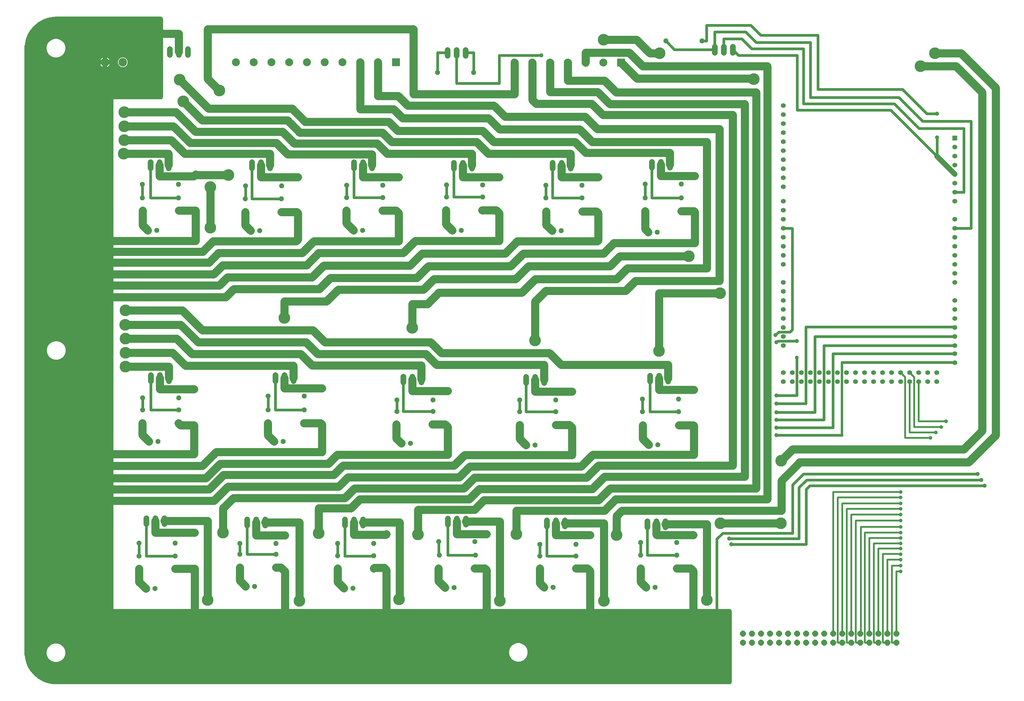
<source format=gbr>
G04 EAGLE Gerber RS-274X export*
G75*
%MOMM*%
%FSLAX34Y34*%
%LPD*%
%INTop Copper*%
%IPPOS*%
%AMOC8*
5,1,8,0,0,1.08239X$1,22.5*%
G01*
%ADD10R,1.360000X1.360000*%
%ADD11C,1.360000*%
%ADD12C,1.788163*%
%ADD13P,1.429621X8X22.500000*%
%ADD14R,2.240000X2.240000*%
%ADD15C,2.240000*%
%ADD16C,2.400000*%
%ADD17C,1.625600*%
%ADD18P,1.429621X8X202.500000*%
%ADD19P,1.759533X8X202.500000*%
%ADD20C,0.762000*%
%ADD21C,2.286000*%
%ADD22C,1.168400*%
%ADD23C,0.685800*%
%ADD24C,1.092200*%
%ADD25C,3.302000*%
%ADD26C,1.524000*%
%ADD27C,1.041400*%
%ADD28C,0.508000*%
%ADD29C,0.635000*%

G36*
X1993903Y10161D02*
X1993903Y10161D01*
X1993906Y10161D01*
X1994253Y10181D01*
X1994611Y10201D01*
X1994614Y10201D01*
X1994617Y10201D01*
X1994957Y10260D01*
X1995314Y10320D01*
X1995316Y10321D01*
X1995319Y10321D01*
X1995664Y10421D01*
X1995998Y10517D01*
X1996001Y10519D01*
X1996004Y10519D01*
X1996328Y10654D01*
X1996656Y10790D01*
X1996659Y10792D01*
X1996661Y10793D01*
X1996973Y10965D01*
X1997280Y11135D01*
X1997282Y11137D01*
X1997285Y11138D01*
X1997582Y11349D01*
X1997861Y11547D01*
X1997863Y11549D01*
X1997865Y11551D01*
X1998133Y11791D01*
X1998392Y12022D01*
X1998394Y12025D01*
X1998396Y12026D01*
X1998634Y12294D01*
X1998866Y12554D01*
X1998868Y12556D01*
X1998870Y12558D01*
X1999068Y12839D01*
X1999278Y13135D01*
X1999280Y13138D01*
X1999281Y13140D01*
X1999444Y13436D01*
X1999622Y13759D01*
X1999623Y13762D01*
X1999625Y13764D01*
X1999756Y14082D01*
X1999894Y14417D01*
X1999895Y14420D01*
X1999896Y14423D01*
X1999991Y14752D01*
X2000091Y15102D01*
X2000092Y15105D01*
X2000092Y15107D01*
X2000152Y15461D01*
X2000210Y15804D01*
X2000210Y15807D01*
X2000211Y15810D01*
X2000249Y16510D01*
X2000249Y215900D01*
X2000249Y215903D01*
X2000249Y215906D01*
X2000229Y216253D01*
X2000209Y216611D01*
X2000209Y216614D01*
X2000209Y216617D01*
X2000150Y216957D01*
X2000090Y217314D01*
X2000089Y217316D01*
X2000089Y217319D01*
X1999989Y217664D01*
X1999893Y217998D01*
X1999891Y218001D01*
X1999891Y218004D01*
X1999756Y218328D01*
X1999620Y218656D01*
X1999618Y218659D01*
X1999617Y218661D01*
X1999447Y218969D01*
X1999275Y219280D01*
X1999273Y219282D01*
X1999272Y219285D01*
X1999061Y219582D01*
X1998863Y219861D01*
X1998861Y219863D01*
X1998859Y219865D01*
X1998619Y220133D01*
X1998388Y220392D01*
X1998385Y220394D01*
X1998384Y220396D01*
X1998116Y220634D01*
X1997856Y220866D01*
X1997854Y220868D01*
X1997852Y220870D01*
X1997575Y221066D01*
X1997275Y221278D01*
X1997272Y221280D01*
X1997270Y221281D01*
X1996974Y221444D01*
X1996651Y221622D01*
X1996648Y221623D01*
X1996646Y221625D01*
X1996328Y221756D01*
X1995993Y221894D01*
X1995990Y221895D01*
X1995987Y221896D01*
X1995658Y221991D01*
X1995308Y222091D01*
X1995305Y222092D01*
X1995303Y222092D01*
X1994949Y222152D01*
X1994606Y222210D01*
X1994603Y222210D01*
X1994600Y222211D01*
X1993900Y222249D01*
X260349Y222249D01*
X260349Y1657351D01*
X393700Y1657351D01*
X393703Y1657351D01*
X393706Y1657351D01*
X394053Y1657371D01*
X394411Y1657391D01*
X394414Y1657391D01*
X394417Y1657391D01*
X394757Y1657450D01*
X395114Y1657510D01*
X395116Y1657511D01*
X395119Y1657511D01*
X395469Y1657613D01*
X395798Y1657707D01*
X395801Y1657709D01*
X395804Y1657709D01*
X396134Y1657847D01*
X396456Y1657980D01*
X396459Y1657982D01*
X396461Y1657983D01*
X396773Y1658155D01*
X397080Y1658325D01*
X397082Y1658327D01*
X397085Y1658328D01*
X397382Y1658539D01*
X397661Y1658738D01*
X397663Y1658739D01*
X397665Y1658741D01*
X397933Y1658981D01*
X398192Y1659212D01*
X398194Y1659215D01*
X398196Y1659216D01*
X398434Y1659484D01*
X398666Y1659744D01*
X398668Y1659746D01*
X398670Y1659748D01*
X398868Y1660029D01*
X399078Y1660325D01*
X399080Y1660328D01*
X399081Y1660330D01*
X399244Y1660626D01*
X399422Y1660949D01*
X399423Y1660952D01*
X399425Y1660954D01*
X399556Y1661272D01*
X399694Y1661607D01*
X399695Y1661610D01*
X399696Y1661613D01*
X399789Y1661937D01*
X399891Y1662292D01*
X399892Y1662295D01*
X399892Y1662298D01*
X399951Y1662648D01*
X400010Y1662994D01*
X400010Y1662997D01*
X400011Y1663000D01*
X400049Y1663700D01*
X400049Y1883490D01*
X400049Y1883493D01*
X400049Y1883496D01*
X400029Y1883842D01*
X400009Y1884201D01*
X400009Y1884204D01*
X400009Y1884207D01*
X399951Y1884544D01*
X399890Y1884904D01*
X399889Y1884906D01*
X399889Y1884909D01*
X399789Y1885254D01*
X399693Y1885588D01*
X399691Y1885591D01*
X399691Y1885594D01*
X399556Y1885918D01*
X399420Y1886246D01*
X399418Y1886249D01*
X399417Y1886251D01*
X399249Y1886555D01*
X399075Y1886870D01*
X399073Y1886872D01*
X399072Y1886875D01*
X398873Y1887155D01*
X398662Y1887451D01*
X398661Y1887453D01*
X398659Y1887455D01*
X398419Y1887723D01*
X398188Y1887982D01*
X398185Y1887984D01*
X398184Y1887986D01*
X397916Y1888224D01*
X397656Y1888456D01*
X397654Y1888458D01*
X397652Y1888460D01*
X397363Y1888664D01*
X397075Y1888868D01*
X397072Y1888869D01*
X397070Y1888871D01*
X396766Y1889039D01*
X396451Y1889212D01*
X396448Y1889213D01*
X396446Y1889215D01*
X396128Y1889346D01*
X395793Y1889484D01*
X395790Y1889485D01*
X395787Y1889486D01*
X395458Y1889581D01*
X395108Y1889681D01*
X395105Y1889682D01*
X395102Y1889682D01*
X394749Y1889742D01*
X394406Y1889800D01*
X394403Y1889800D01*
X394400Y1889801D01*
X393700Y1889839D01*
X100000Y1889839D01*
X99864Y1889832D01*
X99723Y1889833D01*
X92446Y1889516D01*
X92382Y1889509D01*
X92317Y1889509D01*
X92015Y1889472D01*
X91738Y1889445D01*
X91680Y1889432D01*
X91621Y1889425D01*
X77289Y1886898D01*
X77091Y1886852D01*
X76891Y1886815D01*
X76742Y1886769D01*
X76595Y1886735D01*
X76413Y1886670D01*
X76220Y1886612D01*
X62544Y1881634D01*
X62357Y1881554D01*
X62166Y1881483D01*
X62028Y1881413D01*
X61889Y1881353D01*
X61721Y1881257D01*
X61541Y1881166D01*
X48937Y1873890D01*
X48767Y1873778D01*
X48592Y1873675D01*
X48467Y1873582D01*
X48341Y1873499D01*
X48192Y1873376D01*
X48031Y1873255D01*
X36882Y1863900D01*
X36734Y1863761D01*
X36579Y1863629D01*
X36473Y1863516D01*
X36363Y1863412D01*
X36237Y1863264D01*
X36100Y1863118D01*
X26745Y1851969D01*
X26623Y1851806D01*
X26494Y1851649D01*
X26409Y1851519D01*
X26319Y1851399D01*
X26221Y1851231D01*
X26110Y1851063D01*
X18834Y1838459D01*
X18742Y1838277D01*
X18642Y1838100D01*
X18581Y1837958D01*
X18513Y1837823D01*
X18445Y1837641D01*
X18366Y1837456D01*
X13388Y1823780D01*
X13330Y1823586D01*
X13262Y1823394D01*
X13226Y1823243D01*
X13183Y1823098D01*
X13148Y1822907D01*
X13102Y1822711D01*
X10575Y1808379D01*
X10567Y1808315D01*
X10554Y1808251D01*
X10524Y1807947D01*
X10491Y1807672D01*
X10490Y1807613D01*
X10484Y1807554D01*
X10167Y1800277D01*
X10168Y1800140D01*
X10161Y1800000D01*
X10161Y100000D01*
X10168Y99864D01*
X10167Y99723D01*
X10484Y92446D01*
X10491Y92382D01*
X10491Y92317D01*
X10515Y92117D01*
X10523Y91984D01*
X10542Y91875D01*
X10555Y91738D01*
X10568Y91680D01*
X10575Y91621D01*
X13102Y77289D01*
X13148Y77091D01*
X13185Y76891D01*
X13231Y76742D01*
X13265Y76595D01*
X13330Y76413D01*
X13388Y76220D01*
X18366Y62544D01*
X18446Y62357D01*
X18517Y62166D01*
X18587Y62028D01*
X18647Y61889D01*
X18743Y61721D01*
X18834Y61541D01*
X26110Y48937D01*
X26222Y48767D01*
X26325Y48592D01*
X26418Y48468D01*
X26501Y48341D01*
X26624Y48192D01*
X26745Y48031D01*
X36100Y36882D01*
X36239Y36734D01*
X36371Y36579D01*
X36484Y36473D01*
X36588Y36363D01*
X36735Y36238D01*
X36882Y36100D01*
X48031Y26745D01*
X48194Y26623D01*
X48351Y26494D01*
X48481Y26409D01*
X48601Y26319D01*
X48769Y26221D01*
X48937Y26110D01*
X61541Y18834D01*
X61723Y18742D01*
X61900Y18642D01*
X62042Y18581D01*
X62177Y18513D01*
X62359Y18445D01*
X62544Y18366D01*
X76220Y13388D01*
X76414Y13330D01*
X76606Y13262D01*
X76757Y13226D01*
X76902Y13183D01*
X77093Y13148D01*
X77289Y13102D01*
X91621Y10575D01*
X91685Y10567D01*
X91749Y10554D01*
X92053Y10524D01*
X92328Y10491D01*
X92387Y10490D01*
X92446Y10484D01*
X99723Y10167D01*
X99860Y10168D01*
X100000Y10161D01*
X1993900Y10161D01*
X1993903Y10161D01*
G37*
%LPC*%
G36*
X95551Y1774844D02*
X95551Y1774844D01*
X88897Y1776627D01*
X82932Y1780071D01*
X78061Y1784942D01*
X74617Y1790907D01*
X72834Y1797561D01*
X72834Y1804449D01*
X74617Y1811103D01*
X78061Y1817068D01*
X82932Y1821939D01*
X88897Y1825383D01*
X95551Y1827166D01*
X102439Y1827166D01*
X109093Y1825383D01*
X115058Y1821939D01*
X119929Y1817068D01*
X123373Y1811103D01*
X125156Y1804449D01*
X125156Y1797561D01*
X123373Y1790907D01*
X119929Y1784942D01*
X115058Y1780071D01*
X109093Y1776627D01*
X102439Y1774844D01*
X95551Y1774844D01*
G37*
%LPD*%
%LPC*%
G36*
X1396507Y73839D02*
X1396507Y73839D01*
X1389853Y75622D01*
X1383888Y79066D01*
X1379017Y83937D01*
X1375573Y89902D01*
X1373790Y96556D01*
X1373790Y103444D01*
X1375573Y110098D01*
X1379017Y116063D01*
X1383888Y120934D01*
X1389853Y124378D01*
X1396507Y126161D01*
X1403395Y126161D01*
X1410049Y124378D01*
X1416014Y120934D01*
X1420885Y116063D01*
X1424329Y110098D01*
X1426112Y103444D01*
X1426112Y96556D01*
X1424329Y89902D01*
X1420885Y83937D01*
X1416014Y79066D01*
X1410049Y75622D01*
X1403395Y73839D01*
X1396507Y73839D01*
G37*
%LPD*%
%LPC*%
G36*
X95551Y72834D02*
X95551Y72834D01*
X88897Y74617D01*
X82932Y78061D01*
X78061Y82932D01*
X74617Y88897D01*
X72834Y95551D01*
X72834Y102439D01*
X74617Y109093D01*
X78061Y115058D01*
X82932Y119929D01*
X88897Y123373D01*
X95551Y125156D01*
X102439Y125156D01*
X109093Y123373D01*
X115058Y119929D01*
X119929Y115058D01*
X123373Y109093D01*
X125156Y102439D01*
X125156Y95551D01*
X123373Y88897D01*
X119929Y82932D01*
X115058Y78061D01*
X109093Y74617D01*
X102439Y72834D01*
X95551Y72834D01*
G37*
%LPD*%
%LPC*%
G36*
X96556Y923869D02*
X96556Y923869D01*
X89902Y925652D01*
X83937Y929096D01*
X79066Y933967D01*
X75622Y939932D01*
X73839Y946586D01*
X73839Y953474D01*
X75622Y960128D01*
X79066Y966093D01*
X83937Y970964D01*
X89902Y974408D01*
X96556Y976191D01*
X103444Y976191D01*
X110098Y974408D01*
X116063Y970964D01*
X120934Y966093D01*
X124378Y960128D01*
X126161Y953474D01*
X126161Y946586D01*
X124378Y939932D01*
X120934Y933967D01*
X116063Y929096D01*
X110098Y925652D01*
X103444Y923869D01*
X96556Y923869D01*
G37*
%LPD*%
%LPC*%
G36*
X284330Y1747965D02*
X284330Y1747965D01*
X279359Y1750024D01*
X275554Y1753829D01*
X273495Y1758800D01*
X273495Y1764180D01*
X275554Y1769151D01*
X279359Y1772956D01*
X284330Y1775015D01*
X289710Y1775015D01*
X294681Y1772956D01*
X298486Y1769151D01*
X300545Y1764180D01*
X300545Y1758800D01*
X298486Y1753829D01*
X294681Y1750024D01*
X289710Y1747965D01*
X284330Y1747965D01*
G37*
%LPD*%
%LPC*%
G36*
X243369Y1767839D02*
X243369Y1767839D01*
X243369Y1774599D01*
X243465Y1774559D01*
X245116Y1773606D01*
X246628Y1772446D01*
X247976Y1771098D01*
X249136Y1769586D01*
X250089Y1767935D01*
X250129Y1767839D01*
X243369Y1767839D01*
G37*
%LPD*%
%LPC*%
G36*
X243369Y1755141D02*
X243369Y1755141D01*
X250129Y1755141D01*
X250089Y1755045D01*
X249136Y1753394D01*
X247976Y1751882D01*
X246628Y1750534D01*
X245116Y1749374D01*
X243465Y1748421D01*
X243369Y1748381D01*
X243369Y1755141D01*
G37*
%LPD*%
%LPC*%
G36*
X223911Y1767839D02*
X223911Y1767839D01*
X223951Y1767935D01*
X224904Y1769586D01*
X226064Y1771098D01*
X227412Y1772446D01*
X228924Y1773606D01*
X230575Y1774559D01*
X230671Y1774599D01*
X230671Y1767839D01*
X223911Y1767839D01*
G37*
%LPD*%
%LPC*%
G36*
X230575Y1748421D02*
X230575Y1748421D01*
X228924Y1749374D01*
X227412Y1750534D01*
X226064Y1751882D01*
X224904Y1753394D01*
X223951Y1755045D01*
X223911Y1755141D01*
X230671Y1755141D01*
X230671Y1748381D01*
X230575Y1748421D01*
G37*
%LPD*%
D10*
X2627630Y1548130D03*
D11*
X2627630Y1522730D03*
X2627630Y1497330D03*
X2627630Y1471930D03*
X2627630Y1446530D03*
X2627630Y1421130D03*
X2627630Y1395730D03*
X2627630Y1370330D03*
X2627630Y1319530D03*
X2627630Y1294130D03*
X2627630Y1268730D03*
X2627630Y1243330D03*
X2627630Y1217930D03*
X2627630Y1192530D03*
X2627630Y1167130D03*
X2627630Y1141730D03*
X2627630Y1090930D03*
X2627630Y1065530D03*
X2627630Y1040130D03*
X2627630Y1014730D03*
X2627630Y989330D03*
X2627630Y963930D03*
X2627630Y941070D03*
X2627630Y915670D03*
X2576830Y862330D03*
X2576830Y887730D03*
X2551430Y862330D03*
X2551430Y887730D03*
X2526030Y862330D03*
X2526030Y887730D03*
X2500630Y862330D03*
X2500630Y887730D03*
X2475230Y887730D03*
X2475230Y862330D03*
X2449830Y887730D03*
X2449830Y862330D03*
X2424430Y887730D03*
X2424430Y862330D03*
X2399030Y887730D03*
X2399030Y862330D03*
X2373630Y887730D03*
X2373630Y862330D03*
X2348230Y887730D03*
X2348230Y862330D03*
X2322830Y887730D03*
X2322830Y862330D03*
X2297430Y887730D03*
X2297430Y862330D03*
X2272030Y887730D03*
X2272030Y862330D03*
X2246630Y887730D03*
X2246630Y862330D03*
X2221230Y887730D03*
X2221230Y862330D03*
X2195830Y887730D03*
X2195830Y862330D03*
X2170430Y887730D03*
X2170430Y862330D03*
X2145030Y887730D03*
X2145030Y862330D03*
X2145030Y963930D03*
X2145030Y989330D03*
X2145030Y1014730D03*
X2145030Y1040130D03*
X2145030Y1065530D03*
X2145030Y1090930D03*
X2145030Y1116330D03*
X2145030Y1141730D03*
X2145030Y1192530D03*
X2145030Y1217930D03*
X2145030Y1243330D03*
X2145030Y1268730D03*
X2145030Y1294130D03*
X2145030Y1319530D03*
X2145030Y1344930D03*
X2145030Y1370330D03*
X2145030Y1410970D03*
X2145030Y1436370D03*
X2145030Y1461770D03*
X2145030Y1487170D03*
X2145030Y1512570D03*
X2145030Y1537970D03*
X2145030Y1563370D03*
X2145030Y1588770D03*
X2145030Y1614170D03*
X2145030Y1639570D03*
D12*
X491490Y1445260D03*
X491490Y1343660D03*
X1893570Y839470D03*
X1893570Y737870D03*
X1892300Y430530D03*
X1892300Y328930D03*
X1601470Y430530D03*
X1601470Y328930D03*
X1310640Y433070D03*
X1310640Y331470D03*
X1028700Y433070D03*
X1028700Y331470D03*
X742950Y429260D03*
X742950Y327660D03*
X488950Y436880D03*
X488950Y335280D03*
X779780Y1437640D03*
X779780Y1336040D03*
X1062990Y1437640D03*
X1062990Y1336040D03*
X1346200Y1437640D03*
X1346200Y1336040D03*
X1624330Y1437640D03*
X1624330Y1336040D03*
X1896110Y1441450D03*
X1896110Y1339850D03*
X847090Y843280D03*
X847090Y741680D03*
X1201420Y835660D03*
X1201420Y734060D03*
X1550670Y834390D03*
X1550670Y732790D03*
D13*
X356870Y1288415D03*
X382270Y1288415D03*
X1766570Y684530D03*
X1791970Y684530D03*
X1758950Y283210D03*
X1784350Y283210D03*
X1471930Y283210D03*
X1497330Y283210D03*
X1193800Y281940D03*
X1219200Y281940D03*
X909320Y280670D03*
X934720Y280670D03*
X632460Y285750D03*
X657860Y285750D03*
X351790Y279400D03*
X377190Y279400D03*
X646430Y1287145D03*
X671830Y1287145D03*
X935990Y1288415D03*
X961390Y1288415D03*
X1214120Y1288415D03*
X1239520Y1288415D03*
X1494790Y1287145D03*
X1520190Y1287145D03*
X1765300Y1283335D03*
X1790700Y1283335D03*
X712470Y693420D03*
X737870Y693420D03*
X1070610Y688340D03*
X1096010Y688340D03*
X1421130Y683260D03*
X1446530Y683260D03*
D14*
X1055370Y1761490D03*
D15*
X1005370Y1761490D03*
X955370Y1761490D03*
X905370Y1761490D03*
X855370Y1761490D03*
X805370Y1761490D03*
X755370Y1761490D03*
X705370Y1761490D03*
X655370Y1761490D03*
X605370Y1761490D03*
D16*
X287020Y1761490D03*
X237020Y1761490D03*
D17*
X364490Y1480058D02*
X364490Y1463802D01*
X389890Y1463802D02*
X389890Y1480058D01*
X415290Y1480058D02*
X415290Y1463802D01*
X1770380Y879348D02*
X1770380Y863092D01*
X1795780Y863092D02*
X1795780Y879348D01*
X1821180Y879348D02*
X1821180Y863092D01*
X1762760Y469138D02*
X1762760Y452882D01*
X1788160Y452882D02*
X1788160Y469138D01*
X1813560Y469138D02*
X1813560Y452882D01*
X1479550Y455422D02*
X1479550Y471678D01*
X1504950Y471678D02*
X1504950Y455422D01*
X1530350Y455422D02*
X1530350Y471678D01*
X1201420Y476758D02*
X1201420Y460502D01*
X1226820Y460502D02*
X1226820Y476758D01*
X1252220Y476758D02*
X1252220Y460502D01*
X911860Y457962D02*
X911860Y474218D01*
X937260Y474218D02*
X937260Y457962D01*
X962660Y457962D02*
X962660Y474218D01*
X636270Y474218D02*
X636270Y457962D01*
X661670Y457962D02*
X661670Y474218D01*
X687070Y474218D02*
X687070Y457962D01*
X353060Y461772D02*
X353060Y478028D01*
X378460Y478028D02*
X378460Y461772D01*
X403860Y461772D02*
X403860Y478028D01*
X650240Y1463802D02*
X650240Y1480058D01*
X675640Y1480058D02*
X675640Y1463802D01*
X701040Y1463802D02*
X701040Y1480058D01*
X937260Y1480058D02*
X937260Y1463802D01*
X962660Y1463802D02*
X962660Y1480058D01*
X988060Y1480058D02*
X988060Y1463802D01*
X1217930Y1462532D02*
X1217930Y1478788D01*
X1243330Y1478788D02*
X1243330Y1462532D01*
X1268730Y1462532D02*
X1268730Y1478788D01*
X1496060Y1478788D02*
X1496060Y1462532D01*
X1521460Y1462532D02*
X1521460Y1478788D01*
X1546860Y1478788D02*
X1546860Y1462532D01*
X1775460Y1465072D02*
X1775460Y1481328D01*
X1800860Y1481328D02*
X1800860Y1465072D01*
X1826260Y1465072D02*
X1826260Y1481328D01*
X716280Y880618D02*
X716280Y864362D01*
X741680Y864362D02*
X741680Y880618D01*
X767080Y880618D02*
X767080Y864362D01*
X1075690Y860552D02*
X1075690Y876808D01*
X1101090Y876808D02*
X1101090Y860552D01*
X1126490Y860552D02*
X1126490Y876808D01*
X1421130Y875538D02*
X1421130Y859282D01*
X1446530Y859282D02*
X1446530Y875538D01*
X1471930Y875538D02*
X1471930Y859282D01*
D13*
X341630Y1417320D03*
X443230Y1417320D03*
X1197610Y1416050D03*
X1299210Y1416050D03*
X1197610Y1381760D03*
X1299210Y1381760D03*
X1196340Y1344930D03*
X1297940Y1344930D03*
X1477010Y1414780D03*
X1578610Y1414780D03*
X1477010Y1379220D03*
X1578610Y1379220D03*
X1478280Y1341120D03*
X1579880Y1341120D03*
X1756410Y1418590D03*
X1858010Y1418590D03*
X1756410Y1379220D03*
X1858010Y1379220D03*
X1756410Y1342390D03*
X1858010Y1342390D03*
X695960Y821690D03*
X797560Y821690D03*
X341630Y1379220D03*
X443230Y1379220D03*
X695960Y782320D03*
X797560Y782320D03*
X694690Y745490D03*
X796290Y745490D03*
X1057910Y810260D03*
X1159510Y810260D03*
X1057910Y778510D03*
X1159510Y778510D03*
X1056640Y741680D03*
X1158240Y741680D03*
X1403350Y810260D03*
X1504950Y810260D03*
X1403350Y777240D03*
X1504950Y777240D03*
X1403350Y740410D03*
X1504950Y740410D03*
X1748790Y812800D03*
X1850390Y812800D03*
X1748790Y777240D03*
X1850390Y777240D03*
X342900Y1343660D03*
X444500Y1343660D03*
X1750060Y739140D03*
X1851660Y739140D03*
X1743710Y408940D03*
X1845310Y408940D03*
X1743710Y373380D03*
X1845310Y373380D03*
X1743710Y336550D03*
X1845310Y336550D03*
X1460500Y403860D03*
X1562100Y403860D03*
X1460500Y370840D03*
X1562100Y370840D03*
X1460500Y336550D03*
X1562100Y336550D03*
X1176020Y411480D03*
X1277620Y411480D03*
X1177290Y373380D03*
X1278890Y373380D03*
X1174750Y336550D03*
X1276350Y336550D03*
X632460Y1413510D03*
X734060Y1413510D03*
X891540Y406400D03*
X993140Y406400D03*
X891540Y372110D03*
X993140Y372110D03*
X891540Y336550D03*
X993140Y336550D03*
X615950Y406400D03*
X717550Y406400D03*
X615950Y375920D03*
X717550Y375920D03*
X615950Y339090D03*
X717550Y339090D03*
X332740Y407670D03*
X434340Y407670D03*
X332740Y370840D03*
X434340Y370840D03*
X332740Y335280D03*
X434340Y335280D03*
X631190Y1376680D03*
X732790Y1376680D03*
X631190Y1339850D03*
X732790Y1339850D03*
X916940Y1414780D03*
X1018540Y1414780D03*
X916940Y1380490D03*
X1018540Y1380490D03*
X915670Y1343660D03*
X1017270Y1343660D03*
X342900Y782320D03*
X444500Y782320D03*
X342900Y816610D03*
X444500Y816610D03*
X341630Y745490D03*
X443230Y745490D03*
D17*
X365760Y864362D02*
X365760Y880618D01*
X391160Y880618D02*
X391160Y864362D01*
X416560Y864362D02*
X416560Y880618D01*
D13*
X360680Y693420D03*
X386080Y693420D03*
D12*
X487680Y840740D03*
X487680Y739140D03*
D14*
X1689100Y1760220D03*
D15*
X1639100Y1760220D03*
X1589100Y1760220D03*
X1539100Y1760220D03*
X1489100Y1760220D03*
X1439100Y1760220D03*
X1389100Y1760220D03*
D17*
X1250950Y1780032D02*
X1250950Y1796288D01*
X1225550Y1796288D02*
X1225550Y1780032D01*
X1200150Y1780032D02*
X1200150Y1796288D01*
D18*
X1273810Y1732280D03*
X1172210Y1732280D03*
D17*
X419100Y1782572D02*
X419100Y1798828D01*
X444500Y1798828D02*
X444500Y1782572D01*
X469900Y1782572D02*
X469900Y1798828D01*
D19*
X2463800Y127000D03*
X2438400Y127000D03*
X2413000Y127000D03*
X2387600Y127000D03*
X2362200Y127000D03*
X2336800Y127000D03*
X2311400Y127000D03*
X2286000Y127000D03*
X2260600Y127000D03*
X2235200Y127000D03*
X2209800Y127000D03*
X2184400Y127000D03*
X2159000Y127000D03*
X2133600Y127000D03*
X2108200Y127000D03*
X2082800Y127000D03*
X2057400Y127000D03*
X2032000Y127000D03*
X2463800Y152400D03*
X2438400Y152400D03*
X2413000Y152400D03*
X2387600Y152400D03*
X2362200Y152400D03*
X2336800Y152400D03*
X2311400Y152400D03*
X2286000Y152400D03*
X2260600Y152400D03*
X2235200Y152400D03*
X2209800Y152400D03*
X2184400Y152400D03*
X2159000Y152400D03*
X2133600Y152400D03*
X2108200Y152400D03*
X2082800Y152400D03*
X2057400Y152400D03*
X2032000Y152400D03*
D17*
X2002790Y1788922D02*
X2002790Y1805178D01*
X1977390Y1805178D02*
X1977390Y1788922D01*
X1951990Y1788922D02*
X1951990Y1805178D01*
D18*
X1916430Y1821180D03*
X1814830Y1821180D03*
D20*
X443230Y1379220D02*
X364490Y1379220D01*
X364490Y1471930D01*
D21*
X342900Y1343660D02*
X342900Y1302385D01*
X356870Y1288415D01*
D20*
X650240Y1376680D02*
X650240Y1471930D01*
X650240Y1376680D02*
X732790Y1376680D01*
D21*
X631190Y1339850D02*
X631190Y1302385D01*
X646430Y1287145D01*
D20*
X937260Y1380490D02*
X937260Y1471930D01*
X937260Y1380490D02*
X1018540Y1380490D01*
D21*
X915670Y1343660D02*
X915670Y1308735D01*
X935990Y1288415D01*
D20*
X1217930Y1381760D02*
X1217930Y1470660D01*
X1217930Y1381760D02*
X1299210Y1381760D01*
D21*
X1196340Y1344930D02*
X1196340Y1306195D01*
X1214120Y1288415D01*
D20*
X1496060Y1379220D02*
X1496060Y1470660D01*
X1496060Y1379220D02*
X1578610Y1379220D01*
D21*
X1478280Y1341120D02*
X1478280Y1303655D01*
X1494790Y1287145D01*
D20*
X1775460Y1379220D02*
X1775460Y1473200D01*
X1775460Y1379220D02*
X1858010Y1379220D01*
D21*
X1756410Y1342390D02*
X1756410Y1292225D01*
X1765300Y1283335D01*
D20*
X716280Y872490D02*
X716280Y782320D01*
X797560Y782320D01*
D21*
X694690Y745490D02*
X694690Y711200D01*
X712470Y693420D01*
D20*
X632460Y1377950D02*
X632460Y1413510D01*
X632460Y1377950D02*
X631190Y1376680D01*
X916940Y1380490D02*
X916940Y1414780D01*
X1197610Y1416050D02*
X1197610Y1381760D01*
X1477010Y1379220D02*
X1477010Y1414780D01*
X1756410Y1418590D02*
X1756410Y1379220D01*
X695960Y821690D02*
X695960Y782320D01*
X1057910Y778510D02*
X1057910Y810260D01*
X1403350Y810260D02*
X1403350Y777240D01*
X1748790Y777240D02*
X1748790Y812800D01*
D22*
X2123440Y993140D03*
D20*
X2132330Y1002030D01*
X2145030Y1294130D02*
X2169160Y1294130D01*
X2164080Y1002030D02*
X2132330Y1002030D01*
X2164080Y1002030D02*
X2170430Y1008380D01*
X2170430Y1292860D02*
X2169160Y1294130D01*
X2170430Y1292860D02*
X2170430Y1008380D01*
X1743710Y408940D02*
X1743710Y373380D01*
D22*
X2125980Y711200D03*
D20*
X2310706Y711200D01*
D23*
X2310706Y916364D01*
D20*
X2626936Y916364D01*
D23*
X2627630Y915670D01*
D20*
X1460500Y403860D02*
X1460500Y370840D01*
D22*
X2125980Y732790D03*
D20*
X2284730Y732790D01*
X2284730Y941070D01*
X2627630Y941070D01*
X1176020Y411480D02*
X1176020Y374650D01*
X1177290Y373380D01*
D22*
X2125980Y754380D03*
D20*
X2259330Y754380D01*
X2259330Y963930D01*
X2627630Y963930D01*
X891540Y406400D02*
X891540Y372110D01*
D22*
X2125980Y775970D03*
D20*
X2233930Y775970D01*
X2233930Y989330D01*
X2627630Y989330D01*
X615950Y406400D02*
X615950Y375920D01*
D22*
X2125980Y800100D03*
D20*
X2208530Y800100D02*
X2208530Y1016000D01*
X2208530Y800100D02*
X2125980Y800100D01*
X2208530Y1016000D02*
X2626360Y1016000D01*
D23*
X2627630Y1014730D01*
D20*
X341630Y1379220D02*
X341630Y1417320D01*
X332740Y407670D02*
X332740Y370840D01*
D22*
X2125980Y822960D03*
D20*
X2183130Y822960D01*
X2183130Y929640D01*
D24*
X2183130Y929640D03*
D21*
X488950Y335280D02*
X488950Y148590D01*
X742950Y143510D02*
X742950Y327660D01*
X1028700Y331470D02*
X1028700Y148590D01*
X1310640Y139700D02*
X1310640Y331470D01*
X1601470Y328930D02*
X1601470Y134620D01*
X491490Y1343660D02*
X444500Y1343660D01*
X732790Y1339850D02*
X775970Y1339850D01*
X779780Y1336040D01*
X1017270Y1343660D02*
X1055370Y1343660D01*
X1062990Y1336040D01*
X1297940Y1344930D02*
X1337310Y1344930D01*
X1579880Y1341120D02*
X1619250Y1341120D01*
X1624330Y1336040D01*
X1858010Y1342390D02*
X1893570Y1342390D01*
X1892300Y739140D02*
X1851660Y739140D01*
X1892300Y739140D02*
X1893570Y737870D01*
X1543050Y740410D02*
X1504950Y740410D01*
X1193800Y741680D02*
X1158240Y741680D01*
X1193800Y741680D02*
X1201420Y734060D01*
X843280Y745490D02*
X796290Y745490D01*
X843280Y745490D02*
X847090Y741680D01*
X488950Y335280D02*
X434340Y335280D01*
X717550Y339090D02*
X731520Y339090D01*
X742950Y327660D01*
X993140Y336550D02*
X994410Y337820D01*
X1022350Y337820D01*
X1028700Y331470D01*
X1276350Y336550D02*
X1305560Y336550D01*
X1310640Y331470D01*
X1562100Y336550D02*
X1593850Y336550D01*
X1601470Y328930D01*
X1845310Y336550D02*
X1884680Y336550D01*
X1892300Y328930D01*
X1892300Y134620D01*
X487680Y739140D02*
X449580Y739140D01*
X443230Y745490D01*
X491490Y1258570D02*
X491490Y1343660D01*
X491490Y1258570D02*
X203200Y1258570D01*
X779780Y1262380D02*
X779780Y1336040D01*
X779780Y1262380D02*
X774700Y1257300D01*
X541020Y1257300D02*
X511810Y1228090D01*
X201930Y1228090D01*
X541020Y1257300D02*
X774700Y1257300D01*
X556260Y1224280D02*
X529590Y1197610D01*
X201930Y1197610D01*
X1062990Y1257300D02*
X1062990Y1336040D01*
X791210Y1224280D02*
X556260Y1224280D01*
X824230Y1257300D02*
X1062990Y1257300D01*
X824230Y1257300D02*
X791210Y1224280D01*
X838200Y1224280D02*
X1075690Y1224280D01*
X838200Y1224280D02*
X803910Y1189990D01*
X567690Y1189990D01*
X542290Y1164590D01*
X201930Y1164590D01*
X1075690Y1224280D02*
X1109980Y1258570D01*
X1624330Y1259840D02*
X1624330Y1336040D01*
X1624330Y1259840D02*
X1621790Y1257300D01*
X1397000Y1257300D01*
X1362710Y1223010D01*
X1129030Y1223010D01*
X1094740Y1188720D01*
X852170Y1188720D01*
X819150Y1155700D01*
X581660Y1155700D01*
X558800Y1132840D02*
X200660Y1132840D01*
X558800Y1132840D02*
X581660Y1155700D01*
X1639570Y1223010D02*
X1668780Y1252220D01*
X1639570Y1223010D02*
X1413510Y1223010D01*
X1377950Y1187450D01*
X1146810Y1187450D01*
X1113790Y1154430D01*
X871220Y1154430D01*
X839470Y1122680D01*
X599440Y1122680D01*
X576580Y1099820D02*
X199390Y1099820D01*
X576580Y1099820D02*
X599440Y1122680D01*
X487680Y739140D02*
X487680Y657860D01*
X203200Y657860D01*
X847090Y664210D02*
X847090Y741680D01*
X549910Y664210D02*
X510540Y624840D01*
X203200Y624840D01*
X549910Y664210D02*
X847090Y664210D01*
X1201420Y656590D02*
X1201420Y734060D01*
X890270Y656590D02*
X864870Y631190D01*
X561340Y631190D01*
X520700Y590550D01*
X200660Y590550D01*
X890270Y656590D02*
X1201420Y656590D01*
X1219200Y626110D02*
X1248410Y655320D01*
X1219200Y626110D02*
X906780Y626110D01*
X880110Y599440D01*
X570230Y599440D01*
X529590Y558800D01*
X207010Y558800D01*
X1893570Y656590D02*
X1893570Y737870D01*
X1609090Y656590D02*
X1576070Y623570D01*
X1263650Y623570D01*
X1233170Y593090D01*
X920750Y593090D01*
X894080Y566420D01*
X582930Y566420D01*
X543560Y527050D01*
X201930Y527050D01*
X1609090Y656590D02*
X1893570Y656590D01*
X444500Y1790700D02*
X444500Y1841500D01*
X368300Y1841500D01*
D22*
X2692400Y601980D03*
D20*
X2202180Y601980D01*
X2171700Y571500D01*
X2171700Y435610D01*
X1974850Y435610D01*
X1958340Y419100D02*
X1958340Y195580D01*
X1958340Y419100D02*
X1974850Y435610D01*
D21*
X1550670Y655320D02*
X1248410Y655320D01*
X1550670Y655320D02*
X1550670Y732790D01*
X1543050Y740410D01*
X1668780Y1252220D02*
X1896110Y1252220D01*
X1896110Y1339850D01*
X1893570Y1342390D01*
X1346200Y1258570D02*
X1109980Y1258570D01*
X1346200Y1258570D02*
X1346200Y1336040D01*
X1337310Y1344930D01*
X415290Y1471930D02*
X415290Y1503680D01*
X289560Y1503680D01*
D25*
X289560Y1503680D03*
D21*
X416560Y904240D02*
X416560Y872490D01*
X416560Y904240D02*
X294640Y904240D01*
D25*
X294640Y904240D03*
D21*
X403860Y469900D02*
X525780Y469900D01*
X525780Y247650D01*
D25*
X525780Y247650D03*
D21*
X687070Y466090D02*
X783590Y466090D01*
D25*
X783590Y245110D03*
D21*
X783590Y466090D01*
X962660Y466090D02*
X1065530Y466090D01*
X1065530Y248920D01*
X1064514Y248920D01*
D25*
X1064514Y248920D03*
D21*
X1252220Y468630D02*
X1347470Y468630D01*
X1347470Y245110D01*
D25*
X1347470Y245110D03*
D21*
X1530350Y463550D02*
X1640840Y463550D01*
X1640840Y245110D01*
D25*
X1640840Y245110D03*
D21*
X1813560Y461010D02*
X1930400Y461010D01*
X1930400Y247650D01*
D25*
X1930400Y247650D03*
D21*
X767080Y872490D02*
X767080Y906780D01*
X463550Y906780D02*
X426720Y943610D01*
X294640Y943610D01*
D25*
X294640Y943610D03*
D21*
X463550Y906780D02*
X767080Y906780D01*
X1126490Y908050D02*
X1126490Y868680D01*
X819150Y908050D02*
X787400Y939800D01*
X481330Y939800D01*
X438150Y982980D01*
X294640Y982980D01*
D25*
X294640Y982980D03*
D21*
X819150Y908050D02*
X1126490Y908050D01*
X1471930Y909320D02*
X1471930Y867410D01*
X1169670Y909320D02*
X1139190Y939800D01*
X1169670Y909320D02*
X1471930Y909320D01*
X1139190Y939800D02*
X835660Y939800D01*
X802640Y972820D01*
X499110Y972820D02*
X449580Y1022350D01*
X293370Y1022350D01*
D25*
X293370Y1022350D03*
D21*
X499110Y972820D02*
X802640Y972820D01*
X1821180Y909320D02*
X1821180Y871220D01*
X1520190Y909320D02*
X1487170Y942340D01*
X1183640Y942340D01*
X1153160Y972820D01*
X855980Y972820D02*
X821690Y1007110D01*
X510540Y1007110D01*
X454660Y1062990D02*
X294640Y1062990D01*
D25*
X294640Y1062990D03*
D21*
X1520190Y909320D02*
X1821180Y909320D01*
X1153160Y972820D02*
X855980Y972820D01*
X510540Y1007110D02*
X454660Y1062990D01*
X701040Y1471930D02*
X701040Y1503680D01*
X461010Y1503680D02*
X422910Y1541780D01*
X290830Y1541780D01*
D25*
X290830Y1541780D03*
D21*
X461010Y1503680D02*
X701040Y1503680D01*
X988060Y1502410D02*
X988060Y1471930D01*
X750570Y1502410D02*
X718820Y1534160D01*
X476250Y1534160D01*
X429260Y1581150D02*
X290830Y1581150D01*
D25*
X290830Y1581150D03*
D21*
X750570Y1502410D02*
X988060Y1502410D01*
X476250Y1534160D02*
X429260Y1581150D01*
X1268730Y1503680D02*
X1268730Y1470660D01*
X1002030Y1532890D02*
X769620Y1532890D01*
X736600Y1565910D01*
X491490Y1565910D01*
X436880Y1620520D01*
X290830Y1620520D01*
D25*
X290830Y1620520D03*
D21*
X1031240Y1503680D02*
X1268730Y1503680D01*
X1031240Y1503680D02*
X1002030Y1532890D01*
X1546860Y1503680D02*
X1546860Y1470660D01*
X1315720Y1503680D02*
X1282700Y1536700D01*
X1043940Y1536700D01*
X1017270Y1563370D01*
X784860Y1563370D01*
X750570Y1597660D01*
X510540Y1597660D01*
X1315720Y1503680D02*
X1546860Y1503680D01*
X510540Y1597660D02*
X457200Y1651000D01*
D25*
X457200Y1651000D03*
D21*
X1826260Y1506220D02*
X1826260Y1473200D01*
X1590040Y1506220D02*
X1559560Y1536700D01*
X1330960Y1536700D01*
X1299210Y1568450D01*
X1060450Y1568450D01*
X1035050Y1593850D01*
X800100Y1593850D01*
X763270Y1630680D01*
X528320Y1630680D01*
X447040Y1711960D01*
D25*
X447040Y1711960D03*
D21*
X1590040Y1506220D02*
X1826260Y1506220D01*
D22*
X2702560Y585470D03*
D20*
X2211070Y585470D01*
X2189480Y563880D01*
X2189480Y420370D01*
X1992630Y420370D01*
D22*
X1992630Y420370D03*
X2711450Y568960D03*
D20*
X2219960Y568960D01*
X2209800Y558800D01*
X2209800Y403860D01*
X1998980Y403860D01*
D22*
X1998980Y403860D03*
D20*
X1977390Y1797050D02*
X1977390Y1827530D01*
X2028190Y1827530D01*
X2056130Y1799590D01*
X2202180Y1799590D01*
X2202180Y1644650D01*
X2457450Y1644650D01*
X2527300Y1574800D01*
X2653030Y1574800D01*
X2653030Y1395730D01*
X2627630Y1395730D01*
X1225550Y1701800D02*
X1225550Y1788160D01*
X1225550Y1701800D02*
X1346200Y1701800D01*
X1346200Y1780540D01*
D22*
X1464310Y1780540D03*
D20*
X1346200Y1780540D01*
X1075690Y868680D02*
X1075690Y778510D01*
X1159510Y778510D01*
D21*
X1056640Y741680D02*
X1056640Y702310D01*
X1070610Y688340D01*
D20*
X1421130Y777240D02*
X1421130Y867410D01*
X1421130Y777240D02*
X1504950Y777240D01*
D21*
X1403350Y740410D02*
X1403350Y701040D01*
X1421130Y683260D01*
D20*
X1770380Y777240D02*
X1770380Y871220D01*
X1770380Y777240D02*
X1850390Y777240D01*
D21*
X1750060Y739140D02*
X1750060Y701040D01*
X1766570Y684530D01*
D20*
X1762760Y461010D02*
X1762760Y373380D01*
X1845310Y373380D01*
D21*
X1743710Y336550D02*
X1743710Y298450D01*
X1758950Y283210D01*
D20*
X1479550Y370840D02*
X1479550Y463550D01*
X1479550Y370840D02*
X1562100Y370840D01*
D21*
X1460500Y336550D02*
X1460500Y294640D01*
X1471930Y283210D01*
D20*
X1201420Y373380D02*
X1201420Y468630D01*
X1201420Y373380D02*
X1278890Y373380D01*
D21*
X1174750Y336550D02*
X1174750Y300990D01*
X1193800Y281940D01*
D20*
X911860Y370840D02*
X911860Y466090D01*
X911860Y370840D02*
X991870Y370840D01*
X993140Y372110D01*
D21*
X891540Y336550D02*
X891540Y298450D01*
X909320Y280670D01*
D20*
X636270Y375920D02*
X636270Y466090D01*
X636270Y375920D02*
X717550Y375920D01*
D21*
X615950Y339090D02*
X615950Y302260D01*
X632460Y285750D01*
D20*
X353060Y370840D02*
X353060Y469900D01*
X353060Y370840D02*
X434340Y370840D01*
D21*
X332740Y335280D02*
X332740Y298450D01*
X351790Y279400D01*
X389890Y1440180D02*
X389890Y1471930D01*
X389890Y1440180D02*
X486410Y1440180D01*
X490220Y1443990D02*
X491490Y1445260D01*
D25*
X584200Y1443990D03*
D21*
X490220Y1443990D01*
X486410Y1440180D01*
X675640Y1437640D02*
X675640Y1471930D01*
X675640Y1437640D02*
X779780Y1437640D01*
X962660Y1437640D02*
X962660Y1471930D01*
X962660Y1437640D02*
X1062990Y1437640D01*
X1243330Y1437640D02*
X1243330Y1470660D01*
X1243330Y1437640D02*
X1346200Y1437640D01*
X1521460Y1437640D02*
X1521460Y1470660D01*
X1521460Y1437640D02*
X1624330Y1437640D01*
X1800860Y1441450D02*
X1800860Y1473200D01*
X1800860Y1441450D02*
X1896110Y1441450D01*
X741680Y872490D02*
X741680Y843280D01*
X847090Y843280D01*
X1657350Y1187450D02*
X1685290Y1215390D01*
X1657350Y1187450D02*
X1428750Y1187450D01*
X1391920Y1150620D01*
X1162050Y1150620D01*
X1132840Y1121410D01*
X892810Y1121410D01*
X859790Y1088390D01*
X741680Y1088390D01*
X741680Y1041400D01*
D25*
X741680Y1041400D03*
X1879600Y1215390D03*
D21*
X1685290Y1215390D01*
X1101090Y868680D02*
X1101090Y835660D01*
X1201420Y835660D01*
D25*
X1101090Y1013460D03*
D21*
X955370Y1629740D02*
X955370Y1761490D01*
X1315720Y1604010D02*
X1347470Y1572260D01*
X1572260Y1572260D01*
X1315720Y1604010D02*
X1074420Y1604010D01*
X1048690Y1629740D01*
X955370Y1629740D01*
X1607820Y1536700D02*
X1930400Y1536700D01*
X1607820Y1536700D02*
X1572260Y1572260D01*
X1447800Y1150620D02*
X1409700Y1112520D01*
X1176020Y1112520D01*
X1144270Y1080770D01*
X1101090Y1080770D01*
X1101090Y1013460D01*
X1930400Y1181100D02*
X1930400Y1536700D01*
X1930400Y1181100D02*
X1706880Y1181100D01*
X1676400Y1150620D01*
X1447800Y1150620D01*
X1446530Y867410D02*
X1446530Y834390D01*
X1550670Y834390D01*
X1330960Y1639570D02*
X1088390Y1639570D01*
X1330960Y1639570D02*
X1362710Y1607820D01*
X1587500Y1607820D01*
X1621790Y1573530D01*
X1965960Y1573530D01*
X1088390Y1639570D02*
X1061720Y1666240D01*
X1965960Y1573530D02*
X1965960Y1145540D01*
X1729740Y1145540D01*
X1701800Y1117600D01*
X1477010Y1117600D01*
X1446530Y1087120D01*
X1446530Y977900D01*
D25*
X1446530Y977900D03*
D21*
X1061720Y1666240D02*
X1005840Y1666240D01*
X1005370Y1666710D01*
X1005370Y1761490D01*
X1795780Y871220D02*
X1795780Y839470D01*
X1893570Y839470D01*
D25*
X1967230Y1110996D03*
D21*
X1796034Y1110996D01*
X1796034Y948944D01*
X1795780Y948690D01*
D25*
X1795780Y948690D03*
D21*
X1788160Y461010D02*
X1788160Y431800D01*
X1789430Y430530D01*
X1892300Y430530D01*
X1733550Y1715770D02*
X1689100Y1760220D01*
X1733550Y1715770D02*
X2062480Y1715770D01*
X2062480Y1714246D01*
D25*
X2062480Y1714246D03*
D21*
X1968500Y463550D02*
X1968500Y463296D01*
D25*
X1968500Y463296D03*
X2531110Y1750060D03*
D21*
X2631440Y1750060D01*
X2705100Y1676400D01*
X2705100Y723900D01*
X2653284Y672084D01*
X2171760Y672084D01*
X2139218Y639542D01*
D25*
X2139218Y639542D03*
X2138680Y463550D03*
D21*
X1968500Y463550D01*
X1504950Y463550D02*
X1504950Y430530D01*
X1601470Y430530D01*
X1676400Y483870D02*
X1691640Y499110D01*
X1676400Y483870D02*
X1676400Y430530D01*
D25*
X1676400Y430530D03*
X1639570Y1825244D03*
D21*
X1732026Y1825244D01*
X1770380Y1786890D01*
X2743200Y1689100D02*
X2743200Y711200D01*
X2667000Y635000D01*
X2192020Y635000D01*
X2139950Y582930D01*
X2139950Y499110D01*
X1691640Y499110D01*
X1770380Y1786890D02*
X1797050Y1786890D01*
D25*
X2571750Y1786890D03*
D21*
X2645410Y1786890D01*
X2743200Y1689100D01*
D25*
X1797050Y1786890D03*
D21*
X1226820Y468630D02*
X1226820Y433070D01*
X1310640Y433070D01*
X2100580Y530860D02*
X2100580Y1750060D01*
X2100580Y530860D02*
X1673860Y530860D01*
X1642110Y499110D01*
X1394460Y499110D01*
X1394460Y433070D01*
D25*
X1394460Y433070D03*
D21*
X1589100Y1760220D02*
X1589100Y1788160D01*
X1750060Y1750060D02*
X2100580Y1750060D01*
X1711960Y1788160D02*
X1589100Y1788160D01*
X1711960Y1788160D02*
X1750060Y1750060D01*
X937260Y466090D02*
X937260Y431546D01*
X1027176Y431546D02*
X1028700Y433070D01*
X1027176Y431546D02*
X937260Y431546D01*
X1539100Y1709420D02*
X1539100Y1760220D01*
X1539100Y1709420D02*
X1642110Y1709420D01*
X1675130Y1676400D01*
X2068830Y1676400D01*
X2068830Y561340D01*
X1658620Y561340D02*
X1625600Y528320D01*
X1303020Y528320D01*
X1276350Y501650D01*
X1117600Y501650D01*
X1117600Y431800D01*
D25*
X1117600Y431800D03*
D21*
X1658620Y561340D02*
X2068830Y561340D01*
X742950Y429260D02*
X661670Y429260D01*
X661670Y466090D01*
X1489100Y1677670D02*
X1489100Y1760220D01*
X1489100Y1677670D02*
X1623060Y1677670D01*
X1657350Y1643380D01*
X2037080Y1643380D01*
X2037080Y594360D01*
X1642110Y594360D01*
X1607820Y560070D01*
X1290320Y560070D01*
X1261110Y530860D01*
X953770Y530860D02*
X928370Y505460D01*
X838200Y505460D01*
X838200Y435610D01*
D25*
X838200Y435610D03*
D21*
X953770Y530860D02*
X1261110Y530860D01*
X378460Y469900D02*
X378460Y436880D01*
X488950Y436880D01*
X1638300Y1612900D02*
X1606360Y1644840D01*
X1638300Y1612900D02*
X2002790Y1612900D01*
X2002790Y626110D01*
X1625600Y626110D01*
X1591310Y591820D01*
X1276350Y591820D01*
X1245870Y561340D01*
X938530Y561340D01*
X911860Y534670D01*
X598170Y534670D01*
X568960Y505460D02*
X568960Y436880D01*
D25*
X568960Y436880D03*
D21*
X568960Y505460D02*
X598170Y534670D01*
X1439100Y1655890D02*
X1439100Y1760220D01*
X1439100Y1655890D02*
X1450340Y1644650D01*
X1606170Y1644650D01*
X1606360Y1644840D01*
D20*
X365760Y872490D02*
X365760Y782320D01*
X444500Y782320D01*
X342900Y782320D02*
X342900Y816610D01*
D22*
X2125980Y972820D03*
D20*
X2129790Y976630D01*
D22*
X2183130Y976630D03*
D20*
X2129790Y976630D01*
D21*
X391160Y872490D02*
X391160Y840740D01*
X487680Y840740D01*
X525780Y1714500D02*
X525780Y1854200D01*
X525780Y1714500D02*
X558800Y1681480D01*
D25*
X558800Y1681480D03*
X533400Y1409700D03*
D21*
X533400Y1295400D01*
D25*
X533400Y1295400D03*
D21*
X525780Y1854200D02*
X1104900Y1854200D01*
X1104900Y1671320D01*
X1389380Y1671320D01*
X1389380Y1759940D01*
X1389100Y1760220D01*
X341630Y745490D02*
X341630Y712470D01*
X360680Y693420D01*
D20*
X1250950Y1788160D02*
X1273810Y1788160D01*
X1273810Y1732280D01*
X2002790Y1797050D02*
X2019300Y1780540D01*
X2184400Y1780540D01*
X2184400Y1626870D01*
X2447290Y1626870D01*
X2578100Y1496060D01*
X1929130Y1821180D02*
X1916430Y1821180D01*
X1929130Y1821180D02*
X1929130Y1865630D01*
X2053590Y1865630D01*
X2081530Y1837690D01*
X2242820Y1837690D01*
X2242820Y1685290D01*
X2480310Y1685290D01*
X2548890Y1616710D01*
X2578100Y1616710D01*
D22*
X2578100Y1616710D03*
X2578100Y1549400D03*
D20*
X2578100Y1496060D01*
D26*
X2627630Y1446530D01*
D20*
X1200150Y1788160D02*
X1172210Y1788160D01*
X1172210Y1732280D01*
D27*
X2475230Y327660D03*
D28*
X2463800Y327660D01*
X2463800Y152400D01*
D27*
X2475230Y360680D03*
D28*
X2438400Y360680D01*
X2438400Y152400D01*
D27*
X2475230Y392430D03*
D28*
X2413000Y392430D01*
X2413000Y152400D01*
X2513330Y875030D02*
X2500630Y887730D01*
X2513330Y875030D02*
X2513330Y734060D01*
X2589530Y734060D01*
D27*
X2589530Y734060D03*
X2475230Y421640D03*
D28*
X2387600Y421640D01*
X2387600Y152400D01*
X2487930Y875030D02*
X2475230Y887730D01*
X2487930Y703580D02*
X2559050Y703580D01*
D27*
X2559050Y703580D03*
X2475230Y453390D03*
D28*
X2363470Y453390D01*
X2363470Y153670D01*
X2362200Y152400D01*
X2487930Y703580D02*
X2487930Y875030D01*
D27*
X2475230Y487680D03*
D28*
X2336800Y487680D01*
X2336800Y152400D01*
D27*
X2475230Y519430D03*
D28*
X2311400Y519430D01*
X2311400Y152400D01*
D27*
X2475230Y551180D03*
D28*
X2286000Y551180D01*
X2286000Y152400D01*
D27*
X2475230Y344170D03*
D28*
X2451100Y344170D01*
X2451100Y127000D01*
X2463800Y127000D01*
D27*
X2475230Y376682D03*
D29*
X2474722Y377190D01*
D28*
X2425700Y377190D01*
X2425700Y127000D01*
X2438400Y127000D01*
X2526030Y750570D02*
X2526030Y862330D01*
X2526030Y750570D02*
X2603500Y750570D01*
D27*
X2603500Y750570D03*
X2475230Y406400D03*
D28*
X2400300Y406400D01*
X2400300Y127000D01*
X2413000Y127000D01*
X2500630Y718820D02*
X2500630Y862330D01*
X2500630Y718820D02*
X2574290Y718820D01*
D27*
X2574290Y718820D03*
X2475230Y436880D03*
D28*
X2374900Y436880D01*
X2374900Y127000D01*
X2387600Y127000D01*
D27*
X2475230Y471170D03*
D28*
X2349500Y471170D01*
X2349500Y127000D01*
X2362200Y127000D01*
D27*
X2475230Y504190D03*
D28*
X2324100Y504190D02*
X2324100Y127000D01*
X2336800Y127000D01*
X2324100Y504190D02*
X2475230Y504190D01*
D27*
X2475230Y535940D03*
D28*
X2298700Y535940D01*
X2298700Y127000D01*
X2311400Y127000D01*
D20*
X1951990Y1797050D02*
X1951990Y1846580D01*
X2039620Y1846580D01*
X2068830Y1817370D02*
X2221230Y1817370D01*
X2221230Y1662430D01*
X2470150Y1662430D01*
X2537460Y1595120D01*
X2673350Y1595120D01*
X2673350Y1294130D01*
X2627630Y1294130D01*
X2068830Y1817370D02*
X2039620Y1846580D01*
X1838960Y1797050D02*
X1814830Y1821180D01*
X1838960Y1797050D02*
X1951990Y1797050D01*
M02*

</source>
